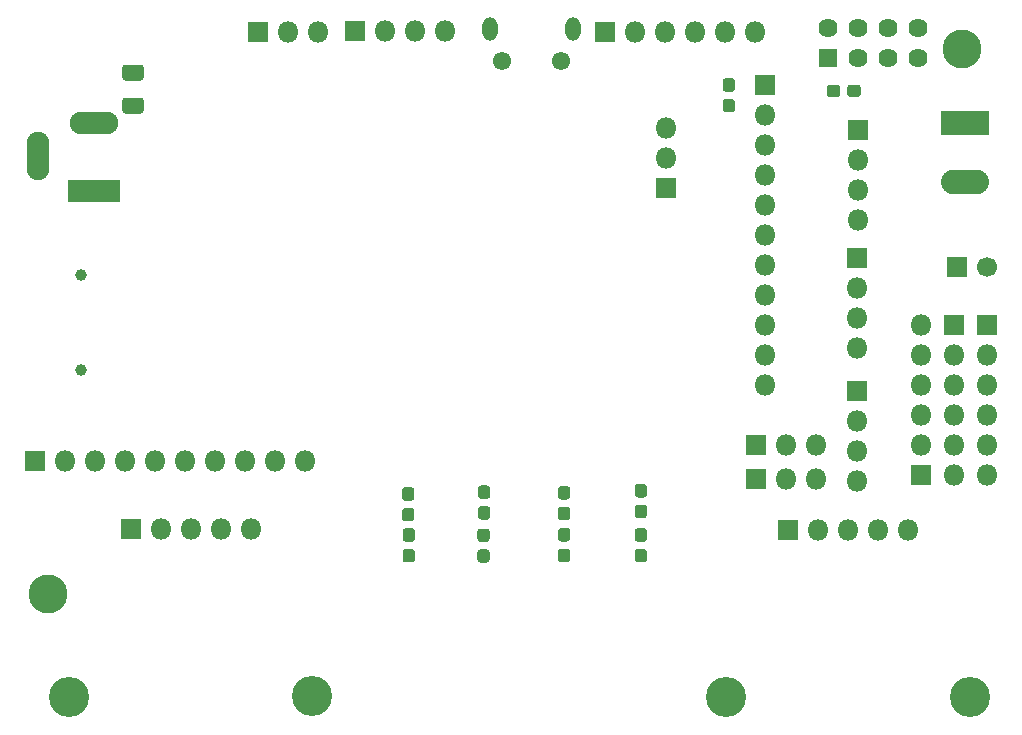
<source format=gbr>
%TF.GenerationSoftware,KiCad,Pcbnew,(5.1.6)-1*%
%TF.CreationDate,2020-09-08T21:04:45+07:00*%
%TF.ProjectId,C21_board,4332315f-626f-4617-9264-2e6b69636164,rev?*%
%TF.SameCoordinates,Original*%
%TF.FileFunction,Soldermask,Bot*%
%TF.FilePolarity,Negative*%
%FSLAX46Y46*%
G04 Gerber Fmt 4.6, Leading zero omitted, Abs format (unit mm)*
G04 Created by KiCad (PCBNEW (5.1.6)-1) date 2020-09-08 21:04:45*
%MOMM*%
%LPD*%
G01*
G04 APERTURE LIST*
%ADD10C,1.624000*%
%ADD11R,1.624000X1.624000*%
%ADD12O,1.800000X1.800000*%
%ADD13R,1.800000X1.800000*%
%ADD14C,3.300000*%
%ADD15C,3.400000*%
%ADD16C,1.700000*%
%ADD17R,1.700000X1.700000*%
%ADD18O,4.060000X2.080000*%
%ADD19R,4.060000X2.080000*%
%ADD20O,1.300000X2.000000*%
%ADD21C,1.550000*%
%ADD22R,4.500000X1.900000*%
%ADD23O,4.100000X1.900000*%
%ADD24O,1.900000X4.100000*%
%ADD25C,1.000000*%
G04 APERTURE END LIST*
D10*
%TO.C,nRF24*%
X173720000Y-61685000D03*
X173720000Y-64225000D03*
X171180000Y-61685000D03*
X171180000Y-64225000D03*
X168640000Y-61685000D03*
X168640000Y-64225000D03*
X166100000Y-61685000D03*
D11*
X166100000Y-64225000D03*
%TD*%
D12*
%TO.C,MPU9250*%
X121835000Y-98325000D03*
X119295000Y-98325000D03*
X116755000Y-98325000D03*
X114215000Y-98325000D03*
X111675000Y-98325000D03*
X109135000Y-98325000D03*
X106595000Y-98325000D03*
X104055000Y-98325000D03*
X101515000Y-98325000D03*
D13*
X98975000Y-98325000D03*
D14*
X100075000Y-109625000D03*
%TD*%
D12*
%TO.C,J7*%
X117235000Y-104150000D03*
X114695000Y-104150000D03*
X112155000Y-104150000D03*
X109615000Y-104150000D03*
D13*
X107075000Y-104150000D03*
D15*
X122465000Y-118240000D03*
X101875000Y-118300000D03*
%TD*%
%TO.C,J4*%
X157515000Y-118375000D03*
X178105000Y-118315000D03*
D13*
X162715000Y-104225000D03*
D12*
X165255000Y-104225000D03*
X167795000Y-104225000D03*
X170335000Y-104225000D03*
X172875000Y-104225000D03*
%TD*%
%TO.C,C24*%
G36*
G01*
X157462500Y-67700000D02*
X157987500Y-67700000D01*
G75*
G02*
X158250000Y-67962500I0J-262500D01*
G01*
X158250000Y-68587500D01*
G75*
G02*
X157987500Y-68850000I-262500J0D01*
G01*
X157462500Y-68850000D01*
G75*
G02*
X157200000Y-68587500I0J262500D01*
G01*
X157200000Y-67962500D01*
G75*
G02*
X157462500Y-67700000I262500J0D01*
G01*
G37*
G36*
G01*
X157462500Y-65950000D02*
X157987500Y-65950000D01*
G75*
G02*
X158250000Y-66212500I0J-262500D01*
G01*
X158250000Y-66837500D01*
G75*
G02*
X157987500Y-67100000I-262500J0D01*
G01*
X157462500Y-67100000D01*
G75*
G02*
X157200000Y-66837500I0J262500D01*
G01*
X157200000Y-66212500D01*
G75*
G02*
X157462500Y-65950000I262500J0D01*
G01*
G37*
%TD*%
%TO.C,D5*%
G36*
G01*
X107930000Y-66150000D02*
X106620000Y-66150000D01*
G75*
G02*
X106350000Y-65880000I0J270000D01*
G01*
X106350000Y-65070000D01*
G75*
G02*
X106620000Y-64800000I270000J0D01*
G01*
X107930000Y-64800000D01*
G75*
G02*
X108200000Y-65070000I0J-270000D01*
G01*
X108200000Y-65880000D01*
G75*
G02*
X107930000Y-66150000I-270000J0D01*
G01*
G37*
G36*
G01*
X107930000Y-68950000D02*
X106620000Y-68950000D01*
G75*
G02*
X106350000Y-68680000I0J270000D01*
G01*
X106350000Y-67870000D01*
G75*
G02*
X106620000Y-67600000I270000J0D01*
G01*
X107930000Y-67600000D01*
G75*
G02*
X108200000Y-67870000I0J-270000D01*
G01*
X108200000Y-68680000D01*
G75*
G02*
X107930000Y-68950000I-270000J0D01*
G01*
G37*
%TD*%
%TO.C,Buzzer*%
X152375000Y-70175000D03*
X152375000Y-72715000D03*
D13*
X152375000Y-75255000D03*
%TD*%
D14*
%TO.C,REF\u002A\u002A*%
X177500000Y-63475000D03*
%TD*%
D16*
%TO.C,C26*%
X179550000Y-81925000D03*
D17*
X177050000Y-81925000D03*
%TD*%
D18*
%TO.C,SERVO *%
X177725000Y-74700000D03*
D19*
X177725000Y-69700000D03*
%TD*%
D20*
%TO.C,USB*%
X137525000Y-61787500D03*
X144525000Y-61787500D03*
D21*
X138525000Y-64487500D03*
X143525000Y-64487500D03*
%TD*%
D22*
%TO.C,SD card*%
X104000000Y-75500000D03*
D23*
X104000000Y-69700000D03*
D24*
X99200000Y-72500000D03*
%TD*%
D12*
%TO.C,J10*%
X165130000Y-96975000D03*
X162590000Y-96975000D03*
D13*
X160050000Y-96975000D03*
%TD*%
D12*
%TO.C,J9*%
X165115000Y-99855000D03*
X162575000Y-99855000D03*
D13*
X160035000Y-99855000D03*
%TD*%
D12*
%TO.C,GND*%
X179600000Y-99550000D03*
X179600000Y-97010000D03*
X179600000Y-94470000D03*
X179600000Y-91930000D03*
X179600000Y-89390000D03*
D13*
X179600000Y-86850000D03*
%TD*%
D12*
%TO.C,+5V*%
X176825000Y-99545000D03*
X176825000Y-97005000D03*
X176825000Y-94465000D03*
X176825000Y-91925000D03*
X176825000Y-89385000D03*
D13*
X176825000Y-86845000D03*
%TD*%
D12*
%TO.C,PWM*%
X174000000Y-86825000D03*
X174000000Y-89365000D03*
X174000000Y-91905000D03*
X174000000Y-94445000D03*
X174000000Y-96985000D03*
D13*
X174000000Y-99525000D03*
%TD*%
D12*
%TO.C,EN2*%
X168550000Y-100020000D03*
X168550000Y-97480000D03*
X168550000Y-94940000D03*
D13*
X168550000Y-92400000D03*
%TD*%
D12*
%TO.C,EN1*%
X168670000Y-77960000D03*
X168670000Y-75420000D03*
X168670000Y-72880000D03*
D13*
X168670000Y-70340000D03*
%TD*%
D12*
%TO.C,L298N*%
X168545000Y-88750000D03*
X168545000Y-86210000D03*
X168545000Y-83670000D03*
D13*
X168545000Y-81130000D03*
%TD*%
%TO.C,R13*%
G36*
G01*
X144037500Y-105175000D02*
X143512500Y-105175000D01*
G75*
G02*
X143250000Y-104912500I0J262500D01*
G01*
X143250000Y-104287500D01*
G75*
G02*
X143512500Y-104025000I262500J0D01*
G01*
X144037500Y-104025000D01*
G75*
G02*
X144300000Y-104287500I0J-262500D01*
G01*
X144300000Y-104912500D01*
G75*
G02*
X144037500Y-105175000I-262500J0D01*
G01*
G37*
G36*
G01*
X144037500Y-106925000D02*
X143512500Y-106925000D01*
G75*
G02*
X143250000Y-106662500I0J262500D01*
G01*
X143250000Y-106037500D01*
G75*
G02*
X143512500Y-105775000I262500J0D01*
G01*
X144037500Y-105775000D01*
G75*
G02*
X144300000Y-106037500I0J-262500D01*
G01*
X144300000Y-106662500D01*
G75*
G02*
X144037500Y-106925000I-262500J0D01*
G01*
G37*
%TD*%
%TO.C,R12*%
G36*
G01*
X137212500Y-105225000D02*
X136687500Y-105225000D01*
G75*
G02*
X136425000Y-104962500I0J262500D01*
G01*
X136425000Y-104337500D01*
G75*
G02*
X136687500Y-104075000I262500J0D01*
G01*
X137212500Y-104075000D01*
G75*
G02*
X137475000Y-104337500I0J-262500D01*
G01*
X137475000Y-104962500D01*
G75*
G02*
X137212500Y-105225000I-262500J0D01*
G01*
G37*
G36*
G01*
X137212500Y-106975000D02*
X136687500Y-106975000D01*
G75*
G02*
X136425000Y-106712500I0J262500D01*
G01*
X136425000Y-106087500D01*
G75*
G02*
X136687500Y-105825000I262500J0D01*
G01*
X137212500Y-105825000D01*
G75*
G02*
X137475000Y-106087500I0J-262500D01*
G01*
X137475000Y-106712500D01*
G75*
G02*
X137212500Y-106975000I-262500J0D01*
G01*
G37*
%TD*%
%TO.C,R10*%
G36*
G01*
X150537500Y-105200000D02*
X150012500Y-105200000D01*
G75*
G02*
X149750000Y-104937500I0J262500D01*
G01*
X149750000Y-104312500D01*
G75*
G02*
X150012500Y-104050000I262500J0D01*
G01*
X150537500Y-104050000D01*
G75*
G02*
X150800000Y-104312500I0J-262500D01*
G01*
X150800000Y-104937500D01*
G75*
G02*
X150537500Y-105200000I-262500J0D01*
G01*
G37*
G36*
G01*
X150537500Y-106950000D02*
X150012500Y-106950000D01*
G75*
G02*
X149750000Y-106687500I0J262500D01*
G01*
X149750000Y-106062500D01*
G75*
G02*
X150012500Y-105800000I262500J0D01*
G01*
X150537500Y-105800000D01*
G75*
G02*
X150800000Y-106062500I0J-262500D01*
G01*
X150800000Y-106687500D01*
G75*
G02*
X150537500Y-106950000I-262500J0D01*
G01*
G37*
%TD*%
%TO.C,R2*%
G36*
G01*
X130887500Y-105200000D02*
X130362500Y-105200000D01*
G75*
G02*
X130100000Y-104937500I0J262500D01*
G01*
X130100000Y-104312500D01*
G75*
G02*
X130362500Y-104050000I262500J0D01*
G01*
X130887500Y-104050000D01*
G75*
G02*
X131150000Y-104312500I0J-262500D01*
G01*
X131150000Y-104937500D01*
G75*
G02*
X130887500Y-105200000I-262500J0D01*
G01*
G37*
G36*
G01*
X130887500Y-106950000D02*
X130362500Y-106950000D01*
G75*
G02*
X130100000Y-106687500I0J262500D01*
G01*
X130100000Y-106062500D01*
G75*
G02*
X130362500Y-105800000I262500J0D01*
G01*
X130887500Y-105800000D01*
G75*
G02*
X131150000Y-106062500I0J-262500D01*
G01*
X131150000Y-106687500D01*
G75*
G02*
X130887500Y-106950000I-262500J0D01*
G01*
G37*
%TD*%
D25*
%TO.C,P1*%
X102830000Y-82645000D03*
X102830000Y-90645000D03*
%TD*%
D12*
%TO.C,CS RS SCL SDA LED NC NC GND GND +5v     *%
X160750000Y-91900000D03*
X160750000Y-89360000D03*
X160750000Y-86820000D03*
X160750000Y-84280000D03*
X160750000Y-81740000D03*
X160750000Y-79200000D03*
X160750000Y-76660000D03*
X160750000Y-74120000D03*
X160750000Y-71580000D03*
X160750000Y-69040000D03*
D13*
X160750000Y-66500000D03*
%TD*%
D12*
%TO.C,5v GND RX TX*%
X159950000Y-62000000D03*
X157410000Y-62000000D03*
X154870000Y-62000000D03*
X152330000Y-62000000D03*
X149790000Y-62000000D03*
D13*
X147250000Y-62000000D03*
%TD*%
D12*
%TO.C,3.3v CLK DIO GND*%
X133690000Y-61990000D03*
X131150000Y-61990000D03*
X128610000Y-61990000D03*
D13*
X126070000Y-61990000D03*
%TD*%
D12*
%TO.C,BOOT*%
X122930000Y-62000000D03*
X120390000Y-62000000D03*
D13*
X117850000Y-62000000D03*
%TD*%
%TO.C,C18*%
G36*
G01*
X144037500Y-101625000D02*
X143512500Y-101625000D01*
G75*
G02*
X143250000Y-101362500I0J262500D01*
G01*
X143250000Y-100737500D01*
G75*
G02*
X143512500Y-100475000I262500J0D01*
G01*
X144037500Y-100475000D01*
G75*
G02*
X144300000Y-100737500I0J-262500D01*
G01*
X144300000Y-101362500D01*
G75*
G02*
X144037500Y-101625000I-262500J0D01*
G01*
G37*
G36*
G01*
X144037500Y-103375000D02*
X143512500Y-103375000D01*
G75*
G02*
X143250000Y-103112500I0J262500D01*
G01*
X143250000Y-102487500D01*
G75*
G02*
X143512500Y-102225000I262500J0D01*
G01*
X144037500Y-102225000D01*
G75*
G02*
X144300000Y-102487500I0J-262500D01*
G01*
X144300000Y-103112500D01*
G75*
G02*
X144037500Y-103375000I-262500J0D01*
G01*
G37*
%TD*%
%TO.C,C17*%
G36*
G01*
X137262500Y-101575000D02*
X136737500Y-101575000D01*
G75*
G02*
X136475000Y-101312500I0J262500D01*
G01*
X136475000Y-100687500D01*
G75*
G02*
X136737500Y-100425000I262500J0D01*
G01*
X137262500Y-100425000D01*
G75*
G02*
X137525000Y-100687500I0J-262500D01*
G01*
X137525000Y-101312500D01*
G75*
G02*
X137262500Y-101575000I-262500J0D01*
G01*
G37*
G36*
G01*
X137262500Y-103325000D02*
X136737500Y-103325000D01*
G75*
G02*
X136475000Y-103062500I0J262500D01*
G01*
X136475000Y-102437500D01*
G75*
G02*
X136737500Y-102175000I262500J0D01*
G01*
X137262500Y-102175000D01*
G75*
G02*
X137525000Y-102437500I0J-262500D01*
G01*
X137525000Y-103062500D01*
G75*
G02*
X137262500Y-103325000I-262500J0D01*
G01*
G37*
%TD*%
%TO.C,C15*%
G36*
G01*
X167150000Y-66762500D02*
X167150000Y-67287500D01*
G75*
G02*
X166887500Y-67550000I-262500J0D01*
G01*
X166262500Y-67550000D01*
G75*
G02*
X166000000Y-67287500I0J262500D01*
G01*
X166000000Y-66762500D01*
G75*
G02*
X166262500Y-66500000I262500J0D01*
G01*
X166887500Y-66500000D01*
G75*
G02*
X167150000Y-66762500I0J-262500D01*
G01*
G37*
G36*
G01*
X168900000Y-66762500D02*
X168900000Y-67287500D01*
G75*
G02*
X168637500Y-67550000I-262500J0D01*
G01*
X168012500Y-67550000D01*
G75*
G02*
X167750000Y-67287500I0J262500D01*
G01*
X167750000Y-66762500D01*
G75*
G02*
X168012500Y-66500000I262500J0D01*
G01*
X168637500Y-66500000D01*
G75*
G02*
X168900000Y-66762500I0J-262500D01*
G01*
G37*
%TD*%
%TO.C,C14*%
G36*
G01*
X150537500Y-101450000D02*
X150012500Y-101450000D01*
G75*
G02*
X149750000Y-101187500I0J262500D01*
G01*
X149750000Y-100562500D01*
G75*
G02*
X150012500Y-100300000I262500J0D01*
G01*
X150537500Y-100300000D01*
G75*
G02*
X150800000Y-100562500I0J-262500D01*
G01*
X150800000Y-101187500D01*
G75*
G02*
X150537500Y-101450000I-262500J0D01*
G01*
G37*
G36*
G01*
X150537500Y-103200000D02*
X150012500Y-103200000D01*
G75*
G02*
X149750000Y-102937500I0J262500D01*
G01*
X149750000Y-102312500D01*
G75*
G02*
X150012500Y-102050000I262500J0D01*
G01*
X150537500Y-102050000D01*
G75*
G02*
X150800000Y-102312500I0J-262500D01*
G01*
X150800000Y-102937500D01*
G75*
G02*
X150537500Y-103200000I-262500J0D01*
G01*
G37*
%TD*%
%TO.C,C3*%
G36*
G01*
X130837500Y-101725000D02*
X130312500Y-101725000D01*
G75*
G02*
X130050000Y-101462500I0J262500D01*
G01*
X130050000Y-100837500D01*
G75*
G02*
X130312500Y-100575000I262500J0D01*
G01*
X130837500Y-100575000D01*
G75*
G02*
X131100000Y-100837500I0J-262500D01*
G01*
X131100000Y-101462500D01*
G75*
G02*
X130837500Y-101725000I-262500J0D01*
G01*
G37*
G36*
G01*
X130837500Y-103475000D02*
X130312500Y-103475000D01*
G75*
G02*
X130050000Y-103212500I0J262500D01*
G01*
X130050000Y-102587500D01*
G75*
G02*
X130312500Y-102325000I262500J0D01*
G01*
X130837500Y-102325000D01*
G75*
G02*
X131100000Y-102587500I0J-262500D01*
G01*
X131100000Y-103212500D01*
G75*
G02*
X130837500Y-103475000I-262500J0D01*
G01*
G37*
%TD*%
M02*

</source>
